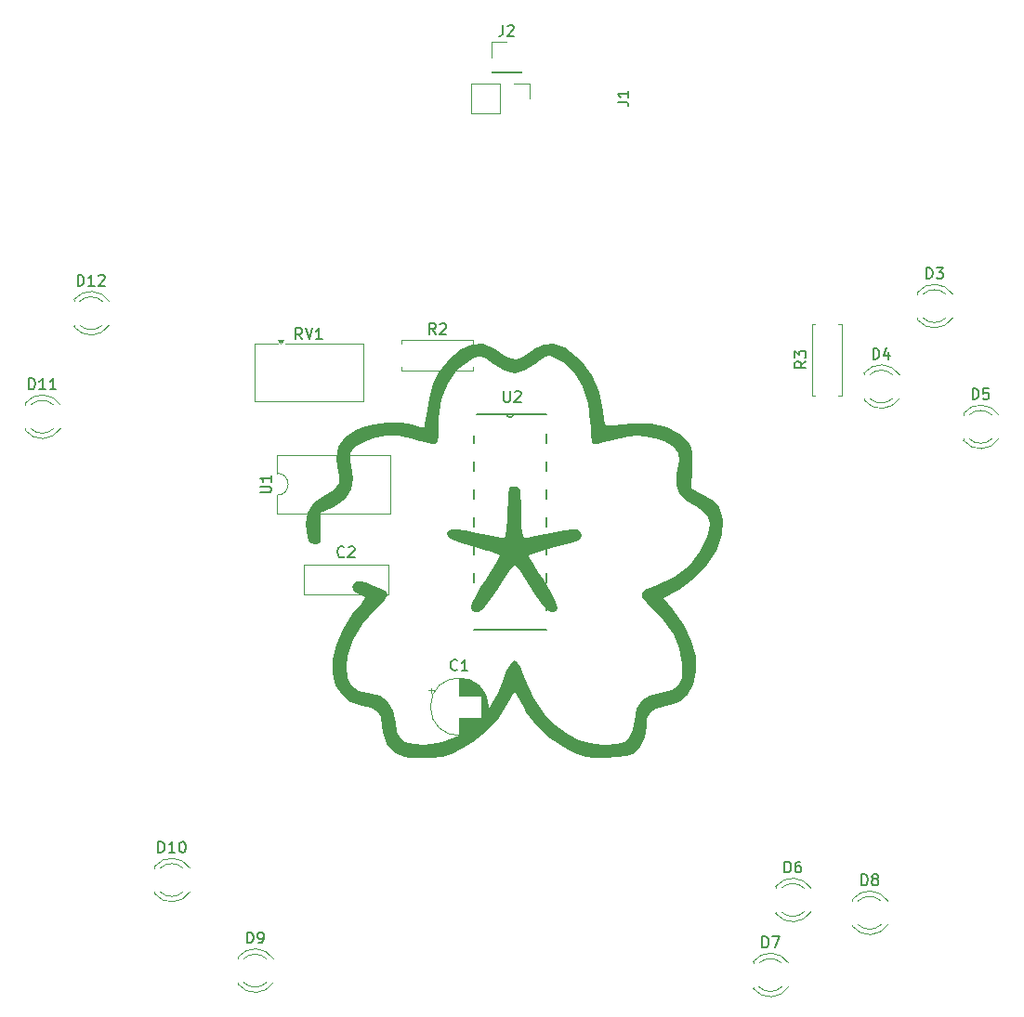
<source format=gbr>
%TF.GenerationSoftware,KiCad,Pcbnew,9.0.7*%
%TF.CreationDate,2026-02-10T20:55:20-08:00*%
%TF.ProjectId,Blinky,426c696e-6b79-42e6-9b69-6361645f7063,rev?*%
%TF.SameCoordinates,Original*%
%TF.FileFunction,Legend,Top*%
%TF.FilePolarity,Positive*%
%FSLAX46Y46*%
G04 Gerber Fmt 4.6, Leading zero omitted, Abs format (unit mm)*
G04 Created by KiCad (PCBNEW 9.0.7) date 2026-02-10 20:55:20*
%MOMM*%
%LPD*%
G01*
G04 APERTURE LIST*
%ADD10C,0.150000*%
%ADD11C,0.120000*%
%ADD12C,0.000000*%
%ADD13C,0.152400*%
G04 APERTURE END LIST*
D10*
X184851905Y-88324819D02*
X184851905Y-87324819D01*
X184851905Y-87324819D02*
X185090000Y-87324819D01*
X185090000Y-87324819D02*
X185232857Y-87372438D01*
X185232857Y-87372438D02*
X185328095Y-87467676D01*
X185328095Y-87467676D02*
X185375714Y-87562914D01*
X185375714Y-87562914D02*
X185423333Y-87753390D01*
X185423333Y-87753390D02*
X185423333Y-87896247D01*
X185423333Y-87896247D02*
X185375714Y-88086723D01*
X185375714Y-88086723D02*
X185328095Y-88181961D01*
X185328095Y-88181961D02*
X185232857Y-88277200D01*
X185232857Y-88277200D02*
X185090000Y-88324819D01*
X185090000Y-88324819D02*
X184851905Y-88324819D01*
X186280476Y-87658152D02*
X186280476Y-88324819D01*
X186042381Y-87277200D02*
X185804286Y-87991485D01*
X185804286Y-87991485D02*
X186423333Y-87991485D01*
X178714819Y-88536666D02*
X178238628Y-88869999D01*
X178714819Y-89108094D02*
X177714819Y-89108094D01*
X177714819Y-89108094D02*
X177714819Y-88727142D01*
X177714819Y-88727142D02*
X177762438Y-88631904D01*
X177762438Y-88631904D02*
X177810057Y-88584285D01*
X177810057Y-88584285D02*
X177905295Y-88536666D01*
X177905295Y-88536666D02*
X178048152Y-88536666D01*
X178048152Y-88536666D02*
X178143390Y-88584285D01*
X178143390Y-88584285D02*
X178191009Y-88631904D01*
X178191009Y-88631904D02*
X178238628Y-88727142D01*
X178238628Y-88727142D02*
X178238628Y-89108094D01*
X177714819Y-88203332D02*
X177714819Y-87584285D01*
X177714819Y-87584285D02*
X178095771Y-87917618D01*
X178095771Y-87917618D02*
X178095771Y-87774761D01*
X178095771Y-87774761D02*
X178143390Y-87679523D01*
X178143390Y-87679523D02*
X178191009Y-87631904D01*
X178191009Y-87631904D02*
X178286247Y-87584285D01*
X178286247Y-87584285D02*
X178524342Y-87584285D01*
X178524342Y-87584285D02*
X178619580Y-87631904D01*
X178619580Y-87631904D02*
X178667200Y-87679523D01*
X178667200Y-87679523D02*
X178714819Y-87774761D01*
X178714819Y-87774761D02*
X178714819Y-88060475D01*
X178714819Y-88060475D02*
X178667200Y-88155713D01*
X178667200Y-88155713D02*
X178619580Y-88203332D01*
X193901905Y-91994819D02*
X193901905Y-90994819D01*
X193901905Y-90994819D02*
X194140000Y-90994819D01*
X194140000Y-90994819D02*
X194282857Y-91042438D01*
X194282857Y-91042438D02*
X194378095Y-91137676D01*
X194378095Y-91137676D02*
X194425714Y-91232914D01*
X194425714Y-91232914D02*
X194473333Y-91423390D01*
X194473333Y-91423390D02*
X194473333Y-91566247D01*
X194473333Y-91566247D02*
X194425714Y-91756723D01*
X194425714Y-91756723D02*
X194378095Y-91851961D01*
X194378095Y-91851961D02*
X194282857Y-91947200D01*
X194282857Y-91947200D02*
X194140000Y-91994819D01*
X194140000Y-91994819D02*
X193901905Y-91994819D01*
X195378095Y-90994819D02*
X194901905Y-90994819D01*
X194901905Y-90994819D02*
X194854286Y-91471009D01*
X194854286Y-91471009D02*
X194901905Y-91423390D01*
X194901905Y-91423390D02*
X194997143Y-91375771D01*
X194997143Y-91375771D02*
X195235238Y-91375771D01*
X195235238Y-91375771D02*
X195330476Y-91423390D01*
X195330476Y-91423390D02*
X195378095Y-91471009D01*
X195378095Y-91471009D02*
X195425714Y-91566247D01*
X195425714Y-91566247D02*
X195425714Y-91804342D01*
X195425714Y-91804342D02*
X195378095Y-91899580D01*
X195378095Y-91899580D02*
X195330476Y-91947200D01*
X195330476Y-91947200D02*
X195235238Y-91994819D01*
X195235238Y-91994819D02*
X194997143Y-91994819D01*
X194997143Y-91994819D02*
X194901905Y-91947200D01*
X194901905Y-91947200D02*
X194854286Y-91899580D01*
X129004819Y-100491904D02*
X129814342Y-100491904D01*
X129814342Y-100491904D02*
X129909580Y-100444285D01*
X129909580Y-100444285D02*
X129957200Y-100396666D01*
X129957200Y-100396666D02*
X130004819Y-100301428D01*
X130004819Y-100301428D02*
X130004819Y-100110952D01*
X130004819Y-100110952D02*
X129957200Y-100015714D01*
X129957200Y-100015714D02*
X129909580Y-99968095D01*
X129909580Y-99968095D02*
X129814342Y-99920476D01*
X129814342Y-99920476D02*
X129004819Y-99920476D01*
X130004819Y-98920476D02*
X130004819Y-99491904D01*
X130004819Y-99206190D02*
X129004819Y-99206190D01*
X129004819Y-99206190D02*
X129147676Y-99301428D01*
X129147676Y-99301428D02*
X129242914Y-99396666D01*
X129242914Y-99396666D02*
X129290533Y-99491904D01*
X132834761Y-86504819D02*
X132501428Y-86028628D01*
X132263333Y-86504819D02*
X132263333Y-85504819D01*
X132263333Y-85504819D02*
X132644285Y-85504819D01*
X132644285Y-85504819D02*
X132739523Y-85552438D01*
X132739523Y-85552438D02*
X132787142Y-85600057D01*
X132787142Y-85600057D02*
X132834761Y-85695295D01*
X132834761Y-85695295D02*
X132834761Y-85838152D01*
X132834761Y-85838152D02*
X132787142Y-85933390D01*
X132787142Y-85933390D02*
X132739523Y-85981009D01*
X132739523Y-85981009D02*
X132644285Y-86028628D01*
X132644285Y-86028628D02*
X132263333Y-86028628D01*
X133120476Y-85504819D02*
X133453809Y-86504819D01*
X133453809Y-86504819D02*
X133787142Y-85504819D01*
X134644285Y-86504819D02*
X134072857Y-86504819D01*
X134358571Y-86504819D02*
X134358571Y-85504819D01*
X134358571Y-85504819D02*
X134263333Y-85647676D01*
X134263333Y-85647676D02*
X134168095Y-85742914D01*
X134168095Y-85742914D02*
X134072857Y-85790533D01*
X183791905Y-136294819D02*
X183791905Y-135294819D01*
X183791905Y-135294819D02*
X184030000Y-135294819D01*
X184030000Y-135294819D02*
X184172857Y-135342438D01*
X184172857Y-135342438D02*
X184268095Y-135437676D01*
X184268095Y-135437676D02*
X184315714Y-135532914D01*
X184315714Y-135532914D02*
X184363333Y-135723390D01*
X184363333Y-135723390D02*
X184363333Y-135866247D01*
X184363333Y-135866247D02*
X184315714Y-136056723D01*
X184315714Y-136056723D02*
X184268095Y-136151961D01*
X184268095Y-136151961D02*
X184172857Y-136247200D01*
X184172857Y-136247200D02*
X184030000Y-136294819D01*
X184030000Y-136294819D02*
X183791905Y-136294819D01*
X184934762Y-135723390D02*
X184839524Y-135675771D01*
X184839524Y-135675771D02*
X184791905Y-135628152D01*
X184791905Y-135628152D02*
X184744286Y-135532914D01*
X184744286Y-135532914D02*
X184744286Y-135485295D01*
X184744286Y-135485295D02*
X184791905Y-135390057D01*
X184791905Y-135390057D02*
X184839524Y-135342438D01*
X184839524Y-135342438D02*
X184934762Y-135294819D01*
X184934762Y-135294819D02*
X185125238Y-135294819D01*
X185125238Y-135294819D02*
X185220476Y-135342438D01*
X185220476Y-135342438D02*
X185268095Y-135390057D01*
X185268095Y-135390057D02*
X185315714Y-135485295D01*
X185315714Y-135485295D02*
X185315714Y-135532914D01*
X185315714Y-135532914D02*
X185268095Y-135628152D01*
X185268095Y-135628152D02*
X185220476Y-135675771D01*
X185220476Y-135675771D02*
X185125238Y-135723390D01*
X185125238Y-135723390D02*
X184934762Y-135723390D01*
X184934762Y-135723390D02*
X184839524Y-135771009D01*
X184839524Y-135771009D02*
X184791905Y-135818628D01*
X184791905Y-135818628D02*
X184744286Y-135913866D01*
X184744286Y-135913866D02*
X184744286Y-136104342D01*
X184744286Y-136104342D02*
X184791905Y-136199580D01*
X184791905Y-136199580D02*
X184839524Y-136247200D01*
X184839524Y-136247200D02*
X184934762Y-136294819D01*
X184934762Y-136294819D02*
X185125238Y-136294819D01*
X185125238Y-136294819D02*
X185220476Y-136247200D01*
X185220476Y-136247200D02*
X185268095Y-136199580D01*
X185268095Y-136199580D02*
X185315714Y-136104342D01*
X185315714Y-136104342D02*
X185315714Y-135913866D01*
X185315714Y-135913866D02*
X185268095Y-135818628D01*
X185268095Y-135818628D02*
X185220476Y-135771009D01*
X185220476Y-135771009D02*
X185125238Y-135723390D01*
X127801905Y-141564819D02*
X127801905Y-140564819D01*
X127801905Y-140564819D02*
X128040000Y-140564819D01*
X128040000Y-140564819D02*
X128182857Y-140612438D01*
X128182857Y-140612438D02*
X128278095Y-140707676D01*
X128278095Y-140707676D02*
X128325714Y-140802914D01*
X128325714Y-140802914D02*
X128373333Y-140993390D01*
X128373333Y-140993390D02*
X128373333Y-141136247D01*
X128373333Y-141136247D02*
X128325714Y-141326723D01*
X128325714Y-141326723D02*
X128278095Y-141421961D01*
X128278095Y-141421961D02*
X128182857Y-141517200D01*
X128182857Y-141517200D02*
X128040000Y-141564819D01*
X128040000Y-141564819D02*
X127801905Y-141564819D01*
X128849524Y-141564819D02*
X129040000Y-141564819D01*
X129040000Y-141564819D02*
X129135238Y-141517200D01*
X129135238Y-141517200D02*
X129182857Y-141469580D01*
X129182857Y-141469580D02*
X129278095Y-141326723D01*
X129278095Y-141326723D02*
X129325714Y-141136247D01*
X129325714Y-141136247D02*
X129325714Y-140755295D01*
X129325714Y-140755295D02*
X129278095Y-140660057D01*
X129278095Y-140660057D02*
X129230476Y-140612438D01*
X129230476Y-140612438D02*
X129135238Y-140564819D01*
X129135238Y-140564819D02*
X128944762Y-140564819D01*
X128944762Y-140564819D02*
X128849524Y-140612438D01*
X128849524Y-140612438D02*
X128801905Y-140660057D01*
X128801905Y-140660057D02*
X128754286Y-140755295D01*
X128754286Y-140755295D02*
X128754286Y-140993390D01*
X128754286Y-140993390D02*
X128801905Y-141088628D01*
X128801905Y-141088628D02*
X128849524Y-141136247D01*
X128849524Y-141136247D02*
X128944762Y-141183866D01*
X128944762Y-141183866D02*
X129135238Y-141183866D01*
X129135238Y-141183866D02*
X129230476Y-141136247D01*
X129230476Y-141136247D02*
X129278095Y-141088628D01*
X129278095Y-141088628D02*
X129325714Y-140993390D01*
X161564819Y-64893333D02*
X162279104Y-64893333D01*
X162279104Y-64893333D02*
X162421961Y-64940952D01*
X162421961Y-64940952D02*
X162517200Y-65036190D01*
X162517200Y-65036190D02*
X162564819Y-65179047D01*
X162564819Y-65179047D02*
X162564819Y-65274285D01*
X162564819Y-63893333D02*
X162564819Y-64464761D01*
X162564819Y-64179047D02*
X161564819Y-64179047D01*
X161564819Y-64179047D02*
X161707676Y-64274285D01*
X161707676Y-64274285D02*
X161802914Y-64369523D01*
X161802914Y-64369523D02*
X161850533Y-64464761D01*
X119725714Y-133304819D02*
X119725714Y-132304819D01*
X119725714Y-132304819D02*
X119963809Y-132304819D01*
X119963809Y-132304819D02*
X120106666Y-132352438D01*
X120106666Y-132352438D02*
X120201904Y-132447676D01*
X120201904Y-132447676D02*
X120249523Y-132542914D01*
X120249523Y-132542914D02*
X120297142Y-132733390D01*
X120297142Y-132733390D02*
X120297142Y-132876247D01*
X120297142Y-132876247D02*
X120249523Y-133066723D01*
X120249523Y-133066723D02*
X120201904Y-133161961D01*
X120201904Y-133161961D02*
X120106666Y-133257200D01*
X120106666Y-133257200D02*
X119963809Y-133304819D01*
X119963809Y-133304819D02*
X119725714Y-133304819D01*
X121249523Y-133304819D02*
X120678095Y-133304819D01*
X120963809Y-133304819D02*
X120963809Y-132304819D01*
X120963809Y-132304819D02*
X120868571Y-132447676D01*
X120868571Y-132447676D02*
X120773333Y-132542914D01*
X120773333Y-132542914D02*
X120678095Y-132590533D01*
X121868571Y-132304819D02*
X121963809Y-132304819D01*
X121963809Y-132304819D02*
X122059047Y-132352438D01*
X122059047Y-132352438D02*
X122106666Y-132400057D01*
X122106666Y-132400057D02*
X122154285Y-132495295D01*
X122154285Y-132495295D02*
X122201904Y-132685771D01*
X122201904Y-132685771D02*
X122201904Y-132923866D01*
X122201904Y-132923866D02*
X122154285Y-133114342D01*
X122154285Y-133114342D02*
X122106666Y-133209580D01*
X122106666Y-133209580D02*
X122059047Y-133257200D01*
X122059047Y-133257200D02*
X121963809Y-133304819D01*
X121963809Y-133304819D02*
X121868571Y-133304819D01*
X121868571Y-133304819D02*
X121773333Y-133257200D01*
X121773333Y-133257200D02*
X121725714Y-133209580D01*
X121725714Y-133209580D02*
X121678095Y-133114342D01*
X121678095Y-133114342D02*
X121630476Y-132923866D01*
X121630476Y-132923866D02*
X121630476Y-132685771D01*
X121630476Y-132685771D02*
X121678095Y-132495295D01*
X121678095Y-132495295D02*
X121725714Y-132400057D01*
X121725714Y-132400057D02*
X121773333Y-132352438D01*
X121773333Y-132352438D02*
X121868571Y-132304819D01*
X151116666Y-57874819D02*
X151116666Y-58589104D01*
X151116666Y-58589104D02*
X151069047Y-58731961D01*
X151069047Y-58731961D02*
X150973809Y-58827200D01*
X150973809Y-58827200D02*
X150830952Y-58874819D01*
X150830952Y-58874819D02*
X150735714Y-58874819D01*
X151545238Y-57970057D02*
X151592857Y-57922438D01*
X151592857Y-57922438D02*
X151688095Y-57874819D01*
X151688095Y-57874819D02*
X151926190Y-57874819D01*
X151926190Y-57874819D02*
X152021428Y-57922438D01*
X152021428Y-57922438D02*
X152069047Y-57970057D01*
X152069047Y-57970057D02*
X152116666Y-58065295D01*
X152116666Y-58065295D02*
X152116666Y-58160533D01*
X152116666Y-58160533D02*
X152069047Y-58303390D01*
X152069047Y-58303390D02*
X151497619Y-58874819D01*
X151497619Y-58874819D02*
X152116666Y-58874819D01*
X136663333Y-106299580D02*
X136615714Y-106347200D01*
X136615714Y-106347200D02*
X136472857Y-106394819D01*
X136472857Y-106394819D02*
X136377619Y-106394819D01*
X136377619Y-106394819D02*
X136234762Y-106347200D01*
X136234762Y-106347200D02*
X136139524Y-106251961D01*
X136139524Y-106251961D02*
X136091905Y-106156723D01*
X136091905Y-106156723D02*
X136044286Y-105966247D01*
X136044286Y-105966247D02*
X136044286Y-105823390D01*
X136044286Y-105823390D02*
X136091905Y-105632914D01*
X136091905Y-105632914D02*
X136139524Y-105537676D01*
X136139524Y-105537676D02*
X136234762Y-105442438D01*
X136234762Y-105442438D02*
X136377619Y-105394819D01*
X136377619Y-105394819D02*
X136472857Y-105394819D01*
X136472857Y-105394819D02*
X136615714Y-105442438D01*
X136615714Y-105442438D02*
X136663333Y-105490057D01*
X137044286Y-105490057D02*
X137091905Y-105442438D01*
X137091905Y-105442438D02*
X137187143Y-105394819D01*
X137187143Y-105394819D02*
X137425238Y-105394819D01*
X137425238Y-105394819D02*
X137520476Y-105442438D01*
X137520476Y-105442438D02*
X137568095Y-105490057D01*
X137568095Y-105490057D02*
X137615714Y-105585295D01*
X137615714Y-105585295D02*
X137615714Y-105680533D01*
X137615714Y-105680533D02*
X137568095Y-105823390D01*
X137568095Y-105823390D02*
X136996667Y-106394819D01*
X136996667Y-106394819D02*
X137615714Y-106394819D01*
X176791905Y-135124819D02*
X176791905Y-134124819D01*
X176791905Y-134124819D02*
X177030000Y-134124819D01*
X177030000Y-134124819D02*
X177172857Y-134172438D01*
X177172857Y-134172438D02*
X177268095Y-134267676D01*
X177268095Y-134267676D02*
X177315714Y-134362914D01*
X177315714Y-134362914D02*
X177363333Y-134553390D01*
X177363333Y-134553390D02*
X177363333Y-134696247D01*
X177363333Y-134696247D02*
X177315714Y-134886723D01*
X177315714Y-134886723D02*
X177268095Y-134981961D01*
X177268095Y-134981961D02*
X177172857Y-135077200D01*
X177172857Y-135077200D02*
X177030000Y-135124819D01*
X177030000Y-135124819D02*
X176791905Y-135124819D01*
X178220476Y-134124819D02*
X178030000Y-134124819D01*
X178030000Y-134124819D02*
X177934762Y-134172438D01*
X177934762Y-134172438D02*
X177887143Y-134220057D01*
X177887143Y-134220057D02*
X177791905Y-134362914D01*
X177791905Y-134362914D02*
X177744286Y-134553390D01*
X177744286Y-134553390D02*
X177744286Y-134934342D01*
X177744286Y-134934342D02*
X177791905Y-135029580D01*
X177791905Y-135029580D02*
X177839524Y-135077200D01*
X177839524Y-135077200D02*
X177934762Y-135124819D01*
X177934762Y-135124819D02*
X178125238Y-135124819D01*
X178125238Y-135124819D02*
X178220476Y-135077200D01*
X178220476Y-135077200D02*
X178268095Y-135029580D01*
X178268095Y-135029580D02*
X178315714Y-134934342D01*
X178315714Y-134934342D02*
X178315714Y-134696247D01*
X178315714Y-134696247D02*
X178268095Y-134601009D01*
X178268095Y-134601009D02*
X178220476Y-134553390D01*
X178220476Y-134553390D02*
X178125238Y-134505771D01*
X178125238Y-134505771D02*
X177934762Y-134505771D01*
X177934762Y-134505771D02*
X177839524Y-134553390D01*
X177839524Y-134553390D02*
X177791905Y-134601009D01*
X177791905Y-134601009D02*
X177744286Y-134696247D01*
X189701905Y-80984819D02*
X189701905Y-79984819D01*
X189701905Y-79984819D02*
X189940000Y-79984819D01*
X189940000Y-79984819D02*
X190082857Y-80032438D01*
X190082857Y-80032438D02*
X190178095Y-80127676D01*
X190178095Y-80127676D02*
X190225714Y-80222914D01*
X190225714Y-80222914D02*
X190273333Y-80413390D01*
X190273333Y-80413390D02*
X190273333Y-80556247D01*
X190273333Y-80556247D02*
X190225714Y-80746723D01*
X190225714Y-80746723D02*
X190178095Y-80841961D01*
X190178095Y-80841961D02*
X190082857Y-80937200D01*
X190082857Y-80937200D02*
X189940000Y-80984819D01*
X189940000Y-80984819D02*
X189701905Y-80984819D01*
X190606667Y-79984819D02*
X191225714Y-79984819D01*
X191225714Y-79984819D02*
X190892381Y-80365771D01*
X190892381Y-80365771D02*
X191035238Y-80365771D01*
X191035238Y-80365771D02*
X191130476Y-80413390D01*
X191130476Y-80413390D02*
X191178095Y-80461009D01*
X191178095Y-80461009D02*
X191225714Y-80556247D01*
X191225714Y-80556247D02*
X191225714Y-80794342D01*
X191225714Y-80794342D02*
X191178095Y-80889580D01*
X191178095Y-80889580D02*
X191130476Y-80937200D01*
X191130476Y-80937200D02*
X191035238Y-80984819D01*
X191035238Y-80984819D02*
X190749524Y-80984819D01*
X190749524Y-80984819D02*
X190654286Y-80937200D01*
X190654286Y-80937200D02*
X190606667Y-80889580D01*
X112375714Y-81634819D02*
X112375714Y-80634819D01*
X112375714Y-80634819D02*
X112613809Y-80634819D01*
X112613809Y-80634819D02*
X112756666Y-80682438D01*
X112756666Y-80682438D02*
X112851904Y-80777676D01*
X112851904Y-80777676D02*
X112899523Y-80872914D01*
X112899523Y-80872914D02*
X112947142Y-81063390D01*
X112947142Y-81063390D02*
X112947142Y-81206247D01*
X112947142Y-81206247D02*
X112899523Y-81396723D01*
X112899523Y-81396723D02*
X112851904Y-81491961D01*
X112851904Y-81491961D02*
X112756666Y-81587200D01*
X112756666Y-81587200D02*
X112613809Y-81634819D01*
X112613809Y-81634819D02*
X112375714Y-81634819D01*
X113899523Y-81634819D02*
X113328095Y-81634819D01*
X113613809Y-81634819D02*
X113613809Y-80634819D01*
X113613809Y-80634819D02*
X113518571Y-80777676D01*
X113518571Y-80777676D02*
X113423333Y-80872914D01*
X113423333Y-80872914D02*
X113328095Y-80920533D01*
X114280476Y-80730057D02*
X114328095Y-80682438D01*
X114328095Y-80682438D02*
X114423333Y-80634819D01*
X114423333Y-80634819D02*
X114661428Y-80634819D01*
X114661428Y-80634819D02*
X114756666Y-80682438D01*
X114756666Y-80682438D02*
X114804285Y-80730057D01*
X114804285Y-80730057D02*
X114851904Y-80825295D01*
X114851904Y-80825295D02*
X114851904Y-80920533D01*
X114851904Y-80920533D02*
X114804285Y-81063390D01*
X114804285Y-81063390D02*
X114232857Y-81634819D01*
X114232857Y-81634819D02*
X114851904Y-81634819D01*
X146973333Y-116619580D02*
X146925714Y-116667200D01*
X146925714Y-116667200D02*
X146782857Y-116714819D01*
X146782857Y-116714819D02*
X146687619Y-116714819D01*
X146687619Y-116714819D02*
X146544762Y-116667200D01*
X146544762Y-116667200D02*
X146449524Y-116571961D01*
X146449524Y-116571961D02*
X146401905Y-116476723D01*
X146401905Y-116476723D02*
X146354286Y-116286247D01*
X146354286Y-116286247D02*
X146354286Y-116143390D01*
X146354286Y-116143390D02*
X146401905Y-115952914D01*
X146401905Y-115952914D02*
X146449524Y-115857676D01*
X146449524Y-115857676D02*
X146544762Y-115762438D01*
X146544762Y-115762438D02*
X146687619Y-115714819D01*
X146687619Y-115714819D02*
X146782857Y-115714819D01*
X146782857Y-115714819D02*
X146925714Y-115762438D01*
X146925714Y-115762438D02*
X146973333Y-115810057D01*
X147925714Y-116714819D02*
X147354286Y-116714819D01*
X147640000Y-116714819D02*
X147640000Y-115714819D01*
X147640000Y-115714819D02*
X147544762Y-115857676D01*
X147544762Y-115857676D02*
X147449524Y-115952914D01*
X147449524Y-115952914D02*
X147354286Y-116000533D01*
X174751905Y-141964819D02*
X174751905Y-140964819D01*
X174751905Y-140964819D02*
X174990000Y-140964819D01*
X174990000Y-140964819D02*
X175132857Y-141012438D01*
X175132857Y-141012438D02*
X175228095Y-141107676D01*
X175228095Y-141107676D02*
X175275714Y-141202914D01*
X175275714Y-141202914D02*
X175323333Y-141393390D01*
X175323333Y-141393390D02*
X175323333Y-141536247D01*
X175323333Y-141536247D02*
X175275714Y-141726723D01*
X175275714Y-141726723D02*
X175228095Y-141821961D01*
X175228095Y-141821961D02*
X175132857Y-141917200D01*
X175132857Y-141917200D02*
X174990000Y-141964819D01*
X174990000Y-141964819D02*
X174751905Y-141964819D01*
X175656667Y-140964819D02*
X176323333Y-140964819D01*
X176323333Y-140964819D02*
X175894762Y-141964819D01*
X144993333Y-86064819D02*
X144660000Y-85588628D01*
X144421905Y-86064819D02*
X144421905Y-85064819D01*
X144421905Y-85064819D02*
X144802857Y-85064819D01*
X144802857Y-85064819D02*
X144898095Y-85112438D01*
X144898095Y-85112438D02*
X144945714Y-85160057D01*
X144945714Y-85160057D02*
X144993333Y-85255295D01*
X144993333Y-85255295D02*
X144993333Y-85398152D01*
X144993333Y-85398152D02*
X144945714Y-85493390D01*
X144945714Y-85493390D02*
X144898095Y-85541009D01*
X144898095Y-85541009D02*
X144802857Y-85588628D01*
X144802857Y-85588628D02*
X144421905Y-85588628D01*
X145374286Y-85160057D02*
X145421905Y-85112438D01*
X145421905Y-85112438D02*
X145517143Y-85064819D01*
X145517143Y-85064819D02*
X145755238Y-85064819D01*
X145755238Y-85064819D02*
X145850476Y-85112438D01*
X145850476Y-85112438D02*
X145898095Y-85160057D01*
X145898095Y-85160057D02*
X145945714Y-85255295D01*
X145945714Y-85255295D02*
X145945714Y-85350533D01*
X145945714Y-85350533D02*
X145898095Y-85493390D01*
X145898095Y-85493390D02*
X145326667Y-86064819D01*
X145326667Y-86064819D02*
X145945714Y-86064819D01*
X107925714Y-91074819D02*
X107925714Y-90074819D01*
X107925714Y-90074819D02*
X108163809Y-90074819D01*
X108163809Y-90074819D02*
X108306666Y-90122438D01*
X108306666Y-90122438D02*
X108401904Y-90217676D01*
X108401904Y-90217676D02*
X108449523Y-90312914D01*
X108449523Y-90312914D02*
X108497142Y-90503390D01*
X108497142Y-90503390D02*
X108497142Y-90646247D01*
X108497142Y-90646247D02*
X108449523Y-90836723D01*
X108449523Y-90836723D02*
X108401904Y-90931961D01*
X108401904Y-90931961D02*
X108306666Y-91027200D01*
X108306666Y-91027200D02*
X108163809Y-91074819D01*
X108163809Y-91074819D02*
X107925714Y-91074819D01*
X109449523Y-91074819D02*
X108878095Y-91074819D01*
X109163809Y-91074819D02*
X109163809Y-90074819D01*
X109163809Y-90074819D02*
X109068571Y-90217676D01*
X109068571Y-90217676D02*
X108973333Y-90312914D01*
X108973333Y-90312914D02*
X108878095Y-90360533D01*
X110401904Y-91074819D02*
X109830476Y-91074819D01*
X110116190Y-91074819D02*
X110116190Y-90074819D01*
X110116190Y-90074819D02*
X110020952Y-90217676D01*
X110020952Y-90217676D02*
X109925714Y-90312914D01*
X109925714Y-90312914D02*
X109830476Y-90360533D01*
X151198095Y-91234819D02*
X151198095Y-92044342D01*
X151198095Y-92044342D02*
X151245714Y-92139580D01*
X151245714Y-92139580D02*
X151293333Y-92187200D01*
X151293333Y-92187200D02*
X151388571Y-92234819D01*
X151388571Y-92234819D02*
X151579047Y-92234819D01*
X151579047Y-92234819D02*
X151674285Y-92187200D01*
X151674285Y-92187200D02*
X151721904Y-92139580D01*
X151721904Y-92139580D02*
X151769523Y-92044342D01*
X151769523Y-92044342D02*
X151769523Y-91234819D01*
X152198095Y-91330057D02*
X152245714Y-91282438D01*
X152245714Y-91282438D02*
X152340952Y-91234819D01*
X152340952Y-91234819D02*
X152579047Y-91234819D01*
X152579047Y-91234819D02*
X152674285Y-91282438D01*
X152674285Y-91282438D02*
X152721904Y-91330057D01*
X152721904Y-91330057D02*
X152769523Y-91425295D01*
X152769523Y-91425295D02*
X152769523Y-91520533D01*
X152769523Y-91520533D02*
X152721904Y-91663390D01*
X152721904Y-91663390D02*
X152150476Y-92234819D01*
X152150476Y-92234819D02*
X152769523Y-92234819D01*
D11*
%TO.C,D4*%
X184030000Y-89594000D02*
X184030000Y-89750000D01*
X184030000Y-91910000D02*
X184030000Y-92066000D01*
X184030000Y-89594484D02*
G75*
G02*
X187261437Y-89750000I1560000J-1235516D01*
G01*
X184549039Y-89750000D02*
G75*
G02*
X186630961Y-89750000I1040961J-1080000D01*
G01*
X186630961Y-91910000D02*
G75*
G02*
X184549039Y-91910000I-1040961J1080000D01*
G01*
X187261437Y-91910000D02*
G75*
G02*
X184030000Y-92065516I-1671437J1080000D01*
G01*
%TO.C,R3*%
X179260000Y-85100000D02*
X179590000Y-85100000D01*
X179260000Y-91640000D02*
X179260000Y-85100000D01*
X179590000Y-91640000D02*
X179260000Y-91640000D01*
X181670000Y-91640000D02*
X182000000Y-91640000D01*
X182000000Y-85100000D02*
X181670000Y-85100000D01*
X182000000Y-91640000D02*
X182000000Y-85100000D01*
%TO.C,D5*%
X193080000Y-93264000D02*
X193080000Y-93420000D01*
X193080000Y-95580000D02*
X193080000Y-95736000D01*
X193080000Y-93264484D02*
G75*
G02*
X196311437Y-93420000I1560000J-1235516D01*
G01*
X193599039Y-93420000D02*
G75*
G02*
X195680961Y-93420000I1040961J-1080000D01*
G01*
X195680961Y-95580000D02*
G75*
G02*
X193599039Y-95580000I-1040961J1080000D01*
G01*
X196311437Y-95580000D02*
G75*
G02*
X193080000Y-95735516I-1671437J1080000D01*
G01*
%TO.C,U1*%
X130550000Y-97080000D02*
X130550000Y-98730000D01*
X130550000Y-100730000D02*
X130550000Y-102380000D01*
X130550000Y-102380000D02*
X140830000Y-102380000D01*
X140830000Y-97080000D02*
X130550000Y-97080000D01*
X140830000Y-102380000D02*
X140830000Y-97080000D01*
X130550000Y-98730000D02*
G75*
G02*
X130550000Y-100730000I0J-1000000D01*
G01*
D12*
%TO.C,G\u002A\u002A\u002A*%
G36*
X152411645Y-99936440D02*
G01*
X152571393Y-100027939D01*
X152669277Y-100274641D01*
X152725257Y-100753623D01*
X152759294Y-101541960D01*
X152779638Y-102276948D01*
X152830241Y-103449078D01*
X152911100Y-104209037D01*
X153025616Y-104581760D01*
X153100638Y-104630827D01*
X153414515Y-104587139D01*
X154050627Y-104469507D01*
X154903505Y-104298084D01*
X155506312Y-104171182D01*
X156679274Y-103941093D01*
X157487460Y-103842789D01*
X157985478Y-103881962D01*
X158227939Y-104064303D01*
X158269449Y-104395502D01*
X158261725Y-104458332D01*
X158184073Y-104684417D01*
X157975327Y-104868589D01*
X157560422Y-105042493D01*
X156864296Y-105237774D01*
X155837747Y-105480195D01*
X154891242Y-105710953D01*
X154126525Y-105926760D01*
X153630151Y-106101242D01*
X153483868Y-106197437D01*
X153595666Y-106444916D01*
X153898742Y-106976565D01*
X154344613Y-107710085D01*
X154797661Y-108427700D01*
X155498071Y-109573984D01*
X155925849Y-110415306D01*
X156089449Y-110982524D01*
X155997323Y-111306495D01*
X155657925Y-111418078D01*
X155616987Y-111418758D01*
X155341857Y-111336291D01*
X155013044Y-111053103D01*
X154584154Y-110515513D01*
X154008795Y-109669843D01*
X153724576Y-109229103D01*
X153168361Y-108376600D01*
X152690572Y-107679173D01*
X152342470Y-107209303D01*
X152176027Y-107039448D01*
X152006972Y-107213543D01*
X151658604Y-107687360D01*
X151182012Y-108388197D01*
X150637316Y-109229103D01*
X150001204Y-110205490D01*
X149529170Y-110855213D01*
X149172555Y-111234399D01*
X148882701Y-111399172D01*
X148738953Y-111418758D01*
X148334422Y-111305489D01*
X148228695Y-110946073D01*
X148343765Y-110575536D01*
X148655169Y-109939918D01*
X149112201Y-109135735D01*
X149542488Y-108445318D01*
X150073351Y-107609037D01*
X150501409Y-106902727D01*
X150777578Y-106409478D01*
X150856282Y-106221363D01*
X150657232Y-106092880D01*
X150119269Y-105899349D01*
X149331169Y-105669869D01*
X148632282Y-105492377D01*
X147372108Y-105149216D01*
X146532056Y-104820123D01*
X146095023Y-104494323D01*
X146043905Y-104161039D01*
X146190476Y-103953875D01*
X146430160Y-103857824D01*
X146904866Y-103860016D01*
X147678278Y-103965754D01*
X148747045Y-104166813D01*
X149712488Y-104357151D01*
X150523671Y-104509672D01*
X151081367Y-104606165D01*
X151275451Y-104630827D01*
X151381162Y-104422161D01*
X151470468Y-103837174D01*
X151535920Y-102937386D01*
X151560512Y-102276948D01*
X151591007Y-101239713D01*
X151630148Y-100563187D01*
X151697894Y-100170294D01*
X151814205Y-99983958D01*
X151999041Y-99927102D01*
X152170075Y-99923069D01*
X152411645Y-99936440D01*
G37*
G36*
X156780305Y-87274854D02*
G01*
X157817126Y-88068233D01*
X158268351Y-88526685D01*
X159246428Y-89833751D01*
X159885158Y-91299724D01*
X160225447Y-92998419D01*
X160328553Y-93775163D01*
X160441131Y-94204192D01*
X160601811Y-94374750D01*
X160823594Y-94380376D01*
X161242466Y-94333565D01*
X161958095Y-94271821D01*
X162830130Y-94207054D01*
X163008868Y-94194925D01*
X164636669Y-94228476D01*
X166054740Y-94545425D01*
X167203969Y-95127293D01*
X167835048Y-95703797D01*
X168114505Y-96068270D01*
X168279153Y-96423020D01*
X168352751Y-96889292D01*
X168359057Y-97588329D01*
X168336808Y-98264309D01*
X168264040Y-100142034D01*
X169245501Y-100636905D01*
X170155119Y-101159691D01*
X170723448Y-101679994D01*
X171033972Y-102301888D01*
X171161140Y-103025055D01*
X171077146Y-104388350D01*
X170600616Y-105760182D01*
X169771349Y-107079310D01*
X168629144Y-108284488D01*
X167213802Y-109314473D01*
X166988978Y-109445241D01*
X165752158Y-110143259D01*
X166601225Y-111164198D01*
X167589166Y-112565369D01*
X168282702Y-114006117D01*
X168672057Y-115425319D01*
X168747454Y-116761848D01*
X168499118Y-117954579D01*
X167917272Y-118942388D01*
X167856155Y-119010587D01*
X167290507Y-119512447D01*
X166644235Y-119801301D01*
X165981463Y-119939103D01*
X165074699Y-120162422D01*
X164526690Y-120537725D01*
X164264781Y-121141715D01*
X164212360Y-121806730D01*
X164046127Y-122771345D01*
X163605738Y-123655843D01*
X162976029Y-124299637D01*
X162856361Y-124373531D01*
X162348569Y-124522916D01*
X161498667Y-124621481D01*
X160400643Y-124658409D01*
X160381282Y-124658440D01*
X159397640Y-124646250D01*
X158696361Y-124584119D01*
X158122147Y-124437624D01*
X157519706Y-124172340D01*
X157032348Y-123916079D01*
X155433119Y-122909031D01*
X154196094Y-121790882D01*
X153247416Y-120490937D01*
X153017400Y-120073163D01*
X152646482Y-119383500D01*
X152348099Y-118879465D01*
X152179844Y-118657494D01*
X152170075Y-118654406D01*
X152025928Y-118840224D01*
X151766007Y-119312613D01*
X151525628Y-119803165D01*
X150775471Y-121007394D01*
X149705599Y-122187184D01*
X148426110Y-123234167D01*
X147398730Y-123865179D01*
X146439376Y-124312732D01*
X145560190Y-124558664D01*
X144511211Y-124671470D01*
X144442696Y-124675222D01*
X143539815Y-124692103D01*
X142710903Y-124655225D01*
X142153752Y-124576117D01*
X141181867Y-124125979D01*
X140512091Y-123371034D01*
X140168718Y-122345003D01*
X140126971Y-121762862D01*
X140031767Y-120951562D01*
X139698922Y-120418412D01*
X139057591Y-120090342D01*
X138358686Y-119939103D01*
X137255541Y-119582459D01*
X136427295Y-118931176D01*
X135877362Y-118034242D01*
X135609153Y-116940644D01*
X135626082Y-115699368D01*
X135931561Y-114359401D01*
X136529002Y-112969731D01*
X137421818Y-111579344D01*
X137747776Y-111169405D01*
X138195835Y-110614927D01*
X138502675Y-110203070D01*
X138594213Y-110043573D01*
X138410328Y-109913789D01*
X138070951Y-109802145D01*
X137564804Y-109532254D01*
X137403286Y-109126533D01*
X137611912Y-108709926D01*
X137841805Y-108555055D01*
X138159350Y-108550762D01*
X138682566Y-108711308D01*
X139152705Y-108896100D01*
X140008499Y-109261007D01*
X140486707Y-109559072D01*
X140600513Y-109874325D01*
X140363106Y-110290797D01*
X139787670Y-110892519D01*
X139508406Y-111162863D01*
X138327928Y-112502359D01*
X137467999Y-113913642D01*
X136964626Y-115326366D01*
X136842661Y-116370695D01*
X136954331Y-117403834D01*
X137321553Y-118108205D01*
X137992086Y-118540533D01*
X138834262Y-118736233D01*
X139886112Y-119003872D01*
X140620463Y-119516569D01*
X141085875Y-120327213D01*
X141326581Y-121450671D01*
X141481682Y-122345848D01*
X141752608Y-122932048D01*
X142220465Y-123271235D01*
X142966359Y-123425370D01*
X143952848Y-123457053D01*
X145611582Y-123241516D01*
X147155453Y-122627648D01*
X148544484Y-121648597D01*
X149738699Y-120337513D01*
X150698124Y-118727544D01*
X151208669Y-117440310D01*
X151470414Y-116748435D01*
X151741805Y-116201745D01*
X151867425Y-116024855D01*
X152151126Y-115814876D01*
X152416490Y-115966743D01*
X152472724Y-116024855D01*
X152713476Y-116412684D01*
X152990776Y-117044956D01*
X153131481Y-117440310D01*
X153876418Y-119183412D01*
X154877573Y-120678214D01*
X155950003Y-121739272D01*
X157076672Y-122556124D01*
X158077006Y-123078668D01*
X159090505Y-123360611D01*
X160256667Y-123455661D01*
X160411765Y-123457053D01*
X161481545Y-123412338D01*
X162202885Y-123225471D01*
X162658840Y-122829109D01*
X162932463Y-122155907D01*
X163087526Y-121287426D01*
X163335797Y-120192565D01*
X163778854Y-119447825D01*
X164482179Y-118984921D01*
X165511254Y-118735568D01*
X165538072Y-118731963D01*
X166481146Y-118498509D01*
X167088708Y-118058236D01*
X167403136Y-117353588D01*
X167466808Y-116327007D01*
X167456397Y-116126517D01*
X167214673Y-114714008D01*
X166652497Y-113401815D01*
X165730194Y-112113942D01*
X164906316Y-111241709D01*
X164190229Y-110520088D01*
X163805854Y-110017963D01*
X163761050Y-109660036D01*
X164063677Y-109371010D01*
X164721592Y-109075588D01*
X165149099Y-108915566D01*
X166748448Y-108141692D01*
X168078885Y-107113797D01*
X169090247Y-105882073D01*
X169732373Y-104496708D01*
X169797369Y-104264645D01*
X169954262Y-103366853D01*
X169844084Y-102724627D01*
X169412458Y-102215862D01*
X168681492Y-101758982D01*
X167785555Y-101184227D01*
X167220029Y-100550346D01*
X166955489Y-99775195D01*
X166962511Y-98776626D01*
X167185348Y-97582264D01*
X167128518Y-96937717D01*
X166663080Y-96347880D01*
X165817423Y-95838901D01*
X164953730Y-95526829D01*
X164162447Y-95346265D01*
X163381378Y-95295015D01*
X162500582Y-95382229D01*
X161410117Y-95617061D01*
X160333441Y-95911430D01*
X159747974Y-96048973D01*
X159358873Y-96082191D01*
X159292055Y-96060279D01*
X159229460Y-95801894D01*
X159164448Y-95214893D01*
X159108060Y-94408386D01*
X159091802Y-94080932D01*
X158876883Y-92297087D01*
X158390575Y-90804738D01*
X157635304Y-89566549D01*
X157181755Y-89105708D01*
X156572116Y-88628631D01*
X155946798Y-88231152D01*
X155446214Y-88009106D01*
X155326268Y-87990570D01*
X155036528Y-88115992D01*
X154531450Y-88441838D01*
X154066488Y-88785686D01*
X153080544Y-89400379D01*
X152173216Y-89606234D01*
X151266163Y-89403252D01*
X150281044Y-88791431D01*
X150273661Y-88785686D01*
X149616830Y-88295601D01*
X149163428Y-88061202D01*
X148779492Y-88058981D01*
X148331062Y-88265424D01*
X148098949Y-88404012D01*
X146995359Y-89324158D01*
X146135178Y-90554385D01*
X145552594Y-92020052D01*
X145281792Y-93646520D01*
X145277201Y-94564765D01*
X145289997Y-95362425D01*
X145215520Y-95817016D01*
X145038278Y-96017479D01*
X145023043Y-96023751D01*
X144669973Y-96023176D01*
X144026745Y-95909681D01*
X143219364Y-95706698D01*
X143042759Y-95655492D01*
X141639867Y-95335955D01*
X140423573Y-95300183D01*
X139241485Y-95554680D01*
X138483614Y-95850141D01*
X137665167Y-96319553D01*
X137243280Y-96865169D01*
X137176591Y-97560600D01*
X137269787Y-98010311D01*
X137479136Y-99232223D01*
X137337171Y-100216361D01*
X136820543Y-101015167D01*
X135905899Y-101681080D01*
X135555401Y-101860395D01*
X134543351Y-102343570D01*
X134543351Y-103760906D01*
X134533358Y-104524211D01*
X134478332Y-104948715D01*
X134340702Y-105133483D01*
X134082895Y-105177580D01*
X134005809Y-105178241D01*
X133533992Y-105032878D01*
X133315997Y-104630827D01*
X133138861Y-103366520D01*
X133349863Y-102282528D01*
X133938950Y-101402624D01*
X134896067Y-100750582D01*
X134971345Y-100716402D01*
X135785237Y-100223850D01*
X136191548Y-99623415D01*
X136216258Y-98868932D01*
X136155187Y-98612741D01*
X135958823Y-97371931D01*
X136146932Y-96334855D01*
X136726355Y-95488513D01*
X137703938Y-94819905D01*
X138283066Y-94570746D01*
X139367636Y-94284831D01*
X140618425Y-94137949D01*
X141861368Y-94137435D01*
X142922402Y-94290623D01*
X143170991Y-94364765D01*
X143664009Y-94508336D01*
X143940307Y-94535503D01*
X143951025Y-94528989D01*
X144022227Y-94282629D01*
X144110240Y-93752998D01*
X144147746Y-93463586D01*
X144402776Y-91868713D01*
X144770499Y-90596038D01*
X145295880Y-89535096D01*
X146023884Y-88575424D01*
X146227391Y-88354590D01*
X147282629Y-87441688D01*
X148303065Y-86964082D01*
X149292838Y-86920871D01*
X150256085Y-87311153D01*
X150440711Y-87437347D01*
X151254085Y-88005162D01*
X151855294Y-88302786D01*
X152376814Y-88330216D01*
X152951124Y-88087454D01*
X153710700Y-87574500D01*
X153899439Y-87437347D01*
X154837403Y-86963386D01*
X155792378Y-86907897D01*
X156780305Y-87274854D01*
G37*
D11*
%TO.C,RV1*%
X128470000Y-86940000D02*
X128470000Y-92160000D01*
X128470000Y-86940000D02*
X130590000Y-86940000D01*
X128470000Y-92160000D02*
X138390000Y-92160000D01*
X131290000Y-86940000D02*
X138390000Y-86940000D01*
X138390000Y-86940000D02*
X138390000Y-92160000D01*
X130890000Y-86940000D02*
X130650000Y-86610000D01*
X131130000Y-86610000D01*
X130890000Y-86940000D01*
G36*
X130890000Y-86940000D02*
G01*
X130650000Y-86610000D01*
X131130000Y-86610000D01*
X130890000Y-86940000D01*
G37*
%TO.C,D8*%
X182970000Y-137564000D02*
X182970000Y-137720000D01*
X182970000Y-139880000D02*
X182970000Y-140036000D01*
X182970000Y-137564484D02*
G75*
G02*
X186201437Y-137720000I1560000J-1235516D01*
G01*
X183489039Y-137720000D02*
G75*
G02*
X185570961Y-137720000I1040961J-1080000D01*
G01*
X185570961Y-139880000D02*
G75*
G02*
X183489039Y-139880000I-1040961J1080000D01*
G01*
X186201437Y-139880000D02*
G75*
G02*
X182970000Y-140035516I-1671437J1080000D01*
G01*
%TO.C,D9*%
X126980000Y-142834000D02*
X126980000Y-142990000D01*
X126980000Y-145150000D02*
X126980000Y-145306000D01*
X126980000Y-142834484D02*
G75*
G02*
X130211437Y-142990000I1560000J-1235516D01*
G01*
X127499039Y-142990000D02*
G75*
G02*
X129580961Y-142990000I1040961J-1080000D01*
G01*
X129580961Y-145150000D02*
G75*
G02*
X127499039Y-145150000I-1040961J1080000D01*
G01*
X130211437Y-145150000D02*
G75*
G02*
X126980000Y-145305516I-1671437J1080000D01*
G01*
%TO.C,J1*%
X148230000Y-63170000D02*
X148230000Y-65930000D01*
X150880000Y-63170000D02*
X148230000Y-63170000D01*
X150880000Y-63170000D02*
X150880000Y-65930000D01*
X150880000Y-65930000D02*
X148230000Y-65930000D01*
X152150000Y-63170000D02*
X153530000Y-63170000D01*
X153530000Y-63170000D02*
X153530000Y-64550000D01*
%TO.C,D10*%
X119380000Y-134574000D02*
X119380000Y-134730000D01*
X119380000Y-136890000D02*
X119380000Y-137046000D01*
X119380000Y-134574484D02*
G75*
G02*
X122611437Y-134730000I1560000J-1235516D01*
G01*
X119899039Y-134730000D02*
G75*
G02*
X121980961Y-134730000I1040961J-1080000D01*
G01*
X121980961Y-136890000D02*
G75*
G02*
X119899039Y-136890000I-1040961J1080000D01*
G01*
X122611437Y-136890000D02*
G75*
G02*
X119380000Y-137045516I-1671437J1080000D01*
G01*
%TO.C,J2*%
X150070000Y-59420000D02*
X151450000Y-59420000D01*
X150070000Y-60800000D02*
X150070000Y-59420000D01*
X150070000Y-62070000D02*
X150070000Y-62180000D01*
X150070000Y-62070000D02*
X152830000Y-62070000D01*
X150070000Y-62180000D02*
X152830000Y-62180000D01*
X152830000Y-62070000D02*
X152830000Y-62180000D01*
%TO.C,C2*%
X132960000Y-107070000D02*
X140700000Y-107070000D01*
X132960000Y-109810000D02*
X132960000Y-107070000D01*
X140700000Y-107070000D02*
X140700000Y-109810000D01*
X140700000Y-109810000D02*
X132960000Y-109810000D01*
%TO.C,D6*%
X175970000Y-136394000D02*
X175970000Y-136550000D01*
X175970000Y-138710000D02*
X175970000Y-138866000D01*
X175970000Y-136394484D02*
G75*
G02*
X179201437Y-136550000I1560000J-1235516D01*
G01*
X176489039Y-136550000D02*
G75*
G02*
X178570961Y-136550000I1040961J-1080000D01*
G01*
X178570961Y-138710000D02*
G75*
G02*
X176489039Y-138710000I-1040961J1080000D01*
G01*
X179201437Y-138710000D02*
G75*
G02*
X175970000Y-138865516I-1671437J1080000D01*
G01*
%TO.C,D3*%
X188880000Y-82254000D02*
X188880000Y-82410000D01*
X188880000Y-84570000D02*
X188880000Y-84726000D01*
X188880000Y-82254484D02*
G75*
G02*
X192111437Y-82410000I1560000J-1235516D01*
G01*
X189399039Y-82410000D02*
G75*
G02*
X191480961Y-82410000I1040961J-1080000D01*
G01*
X191480961Y-84570000D02*
G75*
G02*
X189399039Y-84570000I-1040961J1080000D01*
G01*
X192111437Y-84570000D02*
G75*
G02*
X188880000Y-84725516I-1671437J1080000D01*
G01*
%TO.C,D12*%
X112030000Y-82904000D02*
X112030000Y-83060000D01*
X112030000Y-85220000D02*
X112030000Y-85376000D01*
X112030000Y-82904484D02*
G75*
G02*
X115261437Y-83060000I1560000J-1235516D01*
G01*
X112549039Y-83060000D02*
G75*
G02*
X114630961Y-83060000I1040961J-1080000D01*
G01*
X114630961Y-85220000D02*
G75*
G02*
X112549039Y-85220000I-1040961J1080000D01*
G01*
X115261437Y-85220000D02*
G75*
G02*
X112030000Y-85375516I-1671437J1080000D01*
G01*
%TO.C,C1*%
X144335225Y-118535000D02*
X144835225Y-118535000D01*
X144585225Y-118285000D02*
X144585225Y-118785000D01*
X147140000Y-117430000D02*
X147140000Y-118970000D01*
X147140000Y-121050000D02*
X147140000Y-122590000D01*
X147180000Y-117430000D02*
X147180000Y-118970000D01*
X147180000Y-121050000D02*
X147180000Y-122590000D01*
X147220000Y-117431000D02*
X147220000Y-118970000D01*
X147220000Y-121050000D02*
X147220000Y-122589000D01*
X147260000Y-117433000D02*
X147260000Y-118970000D01*
X147260000Y-121050000D02*
X147260000Y-122587000D01*
X147300000Y-117435000D02*
X147300000Y-118970000D01*
X147300000Y-121050000D02*
X147300000Y-122585000D01*
X147340000Y-117438000D02*
X147340000Y-118970000D01*
X147340000Y-121050000D02*
X147340000Y-122582000D01*
X147380000Y-117441000D02*
X147380000Y-118970000D01*
X147380000Y-121050000D02*
X147380000Y-122579000D01*
X147420000Y-117445000D02*
X147420000Y-118970000D01*
X147420000Y-121050000D02*
X147420000Y-122575000D01*
X147460000Y-117450000D02*
X147460000Y-118970000D01*
X147460000Y-121050000D02*
X147460000Y-122570000D01*
X147500000Y-117455000D02*
X147500000Y-118970000D01*
X147500000Y-121050000D02*
X147500000Y-122565000D01*
X147540000Y-117461000D02*
X147540000Y-118970000D01*
X147540000Y-121050000D02*
X147540000Y-122559000D01*
X147580000Y-117467000D02*
X147580000Y-118970000D01*
X147580000Y-121050000D02*
X147580000Y-122553000D01*
X147620000Y-117474000D02*
X147620000Y-118970000D01*
X147620000Y-121050000D02*
X147620000Y-122546000D01*
X147660000Y-117482000D02*
X147660000Y-118970000D01*
X147660000Y-121050000D02*
X147660000Y-122538000D01*
X147700000Y-117491000D02*
X147700000Y-118970000D01*
X147700000Y-121050000D02*
X147700000Y-122529000D01*
X147740000Y-117500000D02*
X147740000Y-118970000D01*
X147740000Y-121050000D02*
X147740000Y-122520000D01*
X147780000Y-117509000D02*
X147780000Y-118970000D01*
X147780000Y-121050000D02*
X147780000Y-122511000D01*
X147820000Y-117520000D02*
X147820000Y-118970000D01*
X147820000Y-121050000D02*
X147820000Y-122500000D01*
X147860000Y-117531000D02*
X147860000Y-118970000D01*
X147860000Y-121050000D02*
X147860000Y-122489000D01*
X147900000Y-117543000D02*
X147900000Y-118970000D01*
X147900000Y-121050000D02*
X147900000Y-122477000D01*
X147940000Y-117555000D02*
X147940000Y-118970000D01*
X147940000Y-121050000D02*
X147940000Y-122465000D01*
X147980000Y-117568000D02*
X147980000Y-118970000D01*
X147980000Y-121050000D02*
X147980000Y-122452000D01*
X148020000Y-117582000D02*
X148020000Y-118970000D01*
X148020000Y-121050000D02*
X148020000Y-122438000D01*
X148060000Y-117597000D02*
X148060000Y-118970000D01*
X148060000Y-121050000D02*
X148060000Y-122423000D01*
X148100000Y-117612000D02*
X148100000Y-118970000D01*
X148100000Y-121050000D02*
X148100000Y-122408000D01*
X148140000Y-117628000D02*
X148140000Y-118970000D01*
X148140000Y-121050000D02*
X148140000Y-122392000D01*
X148180000Y-117645000D02*
X148180000Y-118970000D01*
X148180000Y-121050000D02*
X148180000Y-122375000D01*
X148220000Y-117663000D02*
X148220000Y-118970000D01*
X148220000Y-121050000D02*
X148220000Y-122357000D01*
X148260000Y-117681000D02*
X148260000Y-118970000D01*
X148260000Y-121050000D02*
X148260000Y-122339000D01*
X148300000Y-117701000D02*
X148300000Y-118970000D01*
X148300000Y-121050000D02*
X148300000Y-122319000D01*
X148340000Y-117721000D02*
X148340000Y-118970000D01*
X148340000Y-121050000D02*
X148340000Y-122299000D01*
X148380000Y-117742000D02*
X148380000Y-118970000D01*
X148380000Y-121050000D02*
X148380000Y-122278000D01*
X148420000Y-117764000D02*
X148420000Y-118970000D01*
X148420000Y-121050000D02*
X148420000Y-122256000D01*
X148460000Y-117787000D02*
X148460000Y-118970000D01*
X148460000Y-121050000D02*
X148460000Y-122233000D01*
X148500000Y-117811000D02*
X148500000Y-118970000D01*
X148500000Y-121050000D02*
X148500000Y-122209000D01*
X148540000Y-117835000D02*
X148540000Y-118970000D01*
X148540000Y-121050000D02*
X148540000Y-122185000D01*
X148580000Y-117861000D02*
X148580000Y-118970000D01*
X148580000Y-121050000D02*
X148580000Y-122159000D01*
X148620000Y-117888000D02*
X148620000Y-118970000D01*
X148620000Y-121050000D02*
X148620000Y-122132000D01*
X148660000Y-117916000D02*
X148660000Y-118970000D01*
X148660000Y-121050000D02*
X148660000Y-122104000D01*
X148700000Y-117945000D02*
X148700000Y-118970000D01*
X148700000Y-121050000D02*
X148700000Y-122075000D01*
X148740000Y-117975000D02*
X148740000Y-118970000D01*
X148740000Y-121050000D02*
X148740000Y-122045000D01*
X148780000Y-118007000D02*
X148780000Y-118970000D01*
X148780000Y-121050000D02*
X148780000Y-122013000D01*
X148820000Y-118040000D02*
X148820000Y-118970000D01*
X148820000Y-121050000D02*
X148820000Y-121980000D01*
X148860000Y-118074000D02*
X148860000Y-118970000D01*
X148860000Y-121050000D02*
X148860000Y-121946000D01*
X148900000Y-118109000D02*
X148900000Y-118970000D01*
X148900000Y-121050000D02*
X148900000Y-121911000D01*
X148940000Y-118146000D02*
X148940000Y-118970000D01*
X148940000Y-121050000D02*
X148940000Y-121874000D01*
X148980000Y-118185000D02*
X148980000Y-118970000D01*
X148980000Y-121050000D02*
X148980000Y-121835000D01*
X149020000Y-118225000D02*
X149020000Y-118970000D01*
X149020000Y-121050000D02*
X149020000Y-121795000D01*
X149060000Y-118267000D02*
X149060000Y-118970000D01*
X149060000Y-121050000D02*
X149060000Y-121753000D01*
X149100000Y-118311000D02*
X149100000Y-118970000D01*
X149100000Y-121050000D02*
X149100000Y-121709000D01*
X149140000Y-118358000D02*
X149140000Y-118970000D01*
X149140000Y-121050000D02*
X149140000Y-121662000D01*
X149180000Y-118406000D02*
X149180000Y-121614000D01*
X149220000Y-118457000D02*
X149220000Y-121563000D01*
X149260000Y-118511000D02*
X149260000Y-121509000D01*
X149300000Y-118567000D02*
X149300000Y-121453000D01*
X149340000Y-118627000D02*
X149340000Y-121393000D01*
X149380000Y-118691000D02*
X149380000Y-121329000D01*
X149420000Y-118759000D02*
X149420000Y-121261000D01*
X149460000Y-118833000D02*
X149460000Y-121187000D01*
X149500000Y-118912000D02*
X149500000Y-121108000D01*
X149540000Y-118999000D02*
X149540000Y-121021000D01*
X149580000Y-119096000D02*
X149580000Y-120924000D01*
X149620000Y-119205000D02*
X149620000Y-120815000D01*
X149660000Y-119333000D02*
X149660000Y-120687000D01*
X149700000Y-119493000D02*
X149700000Y-120527000D01*
X149740000Y-119727000D02*
X149740000Y-120293000D01*
X149760000Y-120010000D02*
G75*
G02*
X144520000Y-120010000I-2620000J0D01*
G01*
X144520000Y-120010000D02*
G75*
G02*
X149760000Y-120010000I2620000J0D01*
G01*
%TO.C,D7*%
X173930000Y-143234000D02*
X173930000Y-143390000D01*
X173930000Y-145550000D02*
X173930000Y-145706000D01*
X173930000Y-143234484D02*
G75*
G02*
X177161437Y-143390000I1560000J-1235516D01*
G01*
X174449039Y-143390000D02*
G75*
G02*
X176530961Y-143390000I1040961J-1080000D01*
G01*
X176530961Y-145550000D02*
G75*
G02*
X174449039Y-145550000I-1040961J1080000D01*
G01*
X177161437Y-145550000D02*
G75*
G02*
X173930000Y-145705516I-1671437J1080000D01*
G01*
%TO.C,R2*%
X141890000Y-86610000D02*
X148430000Y-86610000D01*
X141890000Y-86940000D02*
X141890000Y-86610000D01*
X141890000Y-89020000D02*
X141890000Y-89350000D01*
X141890000Y-89350000D02*
X148430000Y-89350000D01*
X148430000Y-86610000D02*
X148430000Y-86940000D01*
X148430000Y-89350000D02*
X148430000Y-89020000D01*
%TO.C,D11*%
X107580000Y-92344000D02*
X107580000Y-92500000D01*
X107580000Y-94660000D02*
X107580000Y-94816000D01*
X107580000Y-92344484D02*
G75*
G02*
X110811437Y-92500000I1560000J-1235516D01*
G01*
X108099039Y-92500000D02*
G75*
G02*
X110180961Y-92500000I1040961J-1080000D01*
G01*
X110180961Y-94660000D02*
G75*
G02*
X108099039Y-94660000I-1040961J1080000D01*
G01*
X110811437Y-94660000D02*
G75*
G02*
X107580000Y-94815516I-1671437J1080000D01*
G01*
D13*
%TO.C,U2*%
X148468000Y-95260440D02*
X148468000Y-95981431D01*
X148468000Y-97658569D02*
X148468000Y-98521431D01*
X148468000Y-100198569D02*
X148468000Y-101061431D01*
X148468000Y-102738569D02*
X148468000Y-103601431D01*
X148468000Y-105278569D02*
X148468000Y-106141431D01*
X148468000Y-107818569D02*
X148468000Y-108681431D01*
X148468000Y-110358569D02*
X148468000Y-111221431D01*
X148468000Y-113012500D02*
X155072000Y-113012500D01*
X155072000Y-93327500D02*
X148741165Y-93327500D01*
X155072000Y-95981431D02*
X155072000Y-95118569D01*
X155072000Y-98521431D02*
X155072000Y-97658569D01*
X155072000Y-101061431D02*
X155072000Y-100198569D01*
X155072000Y-103601431D02*
X155072000Y-102738569D01*
X155072000Y-106141431D02*
X155072000Y-105278569D01*
X155072000Y-108681431D02*
X155072000Y-107818569D01*
X155072000Y-111221431D02*
X155072000Y-110358569D01*
X152074800Y-93327500D02*
G75*
G02*
X151465200Y-93327500I-304800J0D01*
G01*
%TD*%
M02*

</source>
